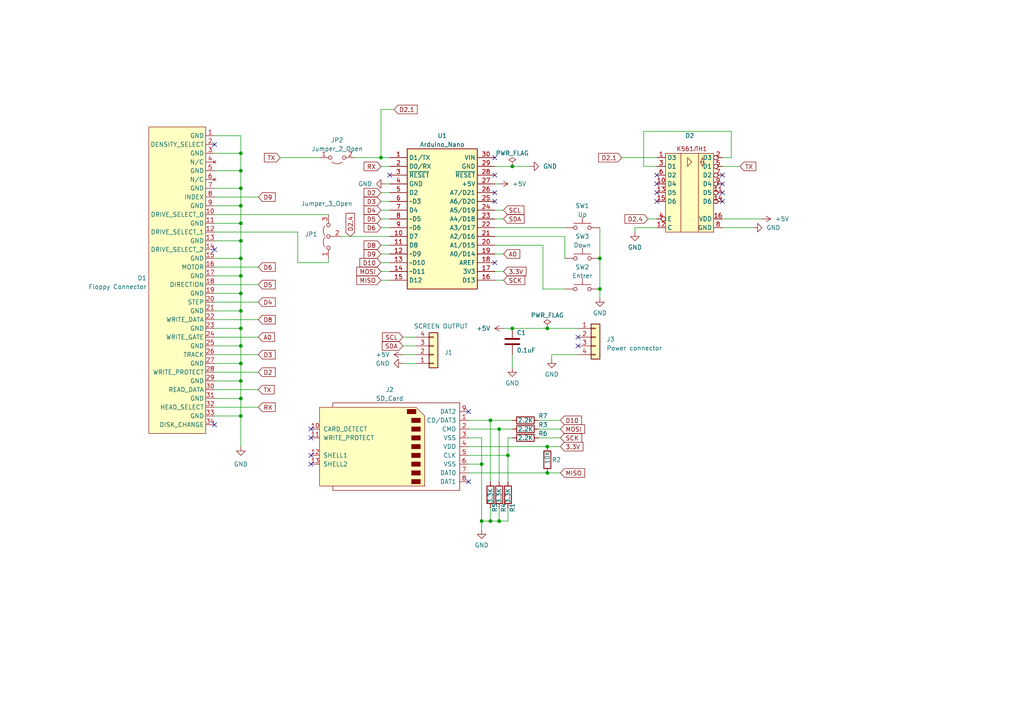
<source format=kicad_sch>
(kicad_sch (version 20250114) (generator "eeschema") (generator_version "9.0")
  (paper "A4")
  (title_block (title "Delta-S Floppy Emu") (date "2024-08-09") (company "https://t.me/zx_delta_s"))
  (lib_symbols
    (symbol "Jumper:Jumper_2_Open" (pin_names (offset 0) (hide yes))
      (property "Reference" "JP" (at 0 2.794 0))
      (property "Value" "Jumper_2_Open" (at 0 -2.286 0))
      (symbol "Jumper_2_Open_0_0"
        (circle (center -2.032 0) (radius 0.508))
        (circle (center 2.032 0) (radius 0.508))
      )
      (symbol "Jumper_2_Open_0_1"
        (arc (start -1.524 1.27) (mid 0 1.778) (end 1.524 1.27))
      )
      (symbol "Jumper_2_Open_1_1"
        (pin passive line (at -5.08 0 0) (length 2.54) (name "A") (number "1"))
        (pin passive line (at 5.08 0 180) (length 2.54) (name "B") (number "2"))
      )
    )
    (symbol "K561LN1:К561ЛН1"
      (property "Reference" "D2" (at 20.955 2.54 0))
      (property "Value" "~" (at 29.21 -11.43 0))
      (symbol "К561ЛН1_0_1"
        (polyline (pts (xy 18.415 -2.54) (xy 18.415 -25.4)))
        (polyline (pts (xy 23.495 -2.54) (xy 23.495 -25.4)))
      )
      (symbol "К561ЛН1_1_0"
        (pin input line (at 11.43 -3.81 0) (length 2.54) (name "D3") (number "1"))
        (pin input line (at 11.43 -6.35 0) (length 2.54) (name "D1") (number "3"))
        (pin input line (at 11.43 -8.89 0) (length 2.54) (name "D2") (number "6"))
        (pin input line (at 11.43 -11.43 0) (length 2.54) (name "D4") (number "10"))
        (pin input line (at 11.43 -13.97 0) (length 2.54) (name "D5") (number "13"))
        (pin input line (at 11.43 -16.51 0) (length 2.54) (name "D6") (number "15"))
        (pin input inverted (at 11.43 -21.59 0) (length 2.54) (name "E") (number "4"))
        (pin input line (at 11.43 -24.13 0) (length 2.54) (name "C") (number "12"))
        (pin output inverted (at 30.48 -3.81 180) (length 2.54) (name "D3") (number "2"))
        (pin output inverted (at 30.48 -6.35 180) (length 2.54) (name "D1") (number "5"))
        (pin output inverted (at 30.48 -8.89 180) (length 2.54) (name "D2") (number "7"))
        (pin output inverted (at 30.48 -11.43 180) (length 2.54) (name "D4") (number "9"))
        (pin output inverted (at 30.48 -13.97 180) (length 2.54) (name "D5") (number "11"))
        (pin output inverted (at 30.48 -16.51 180) (length 2.54) (name "D6") (number "14"))
        (pin power_in line (at 30.48 -21.59 180) (length 2.54) (name "VDD") (number "16"))
        (pin power_in line (at 30.48 -24.13 180) (length 2.54) (name "GND") (number "8"))
      )
      (symbol "К561ЛН1_1_1"
        (rectangle (start 13.97 -2.54) (end 27.94 -25.4) (fill (type background)))
        (polyline (pts (xy 20.32 -5.08) (xy 20.32 -6.35) (xy 21.59 -5.08) (xy 20.32 -3.81) (xy 20.32 -5.08)))
        (polyline (pts (xy 24.13 -5.08) (xy 24.638 -3.81) (xy 25.146 -5.08) (xy 24.638 -6.35) (xy 24.13 -5.08) (xy 25.146 -5.08)))
        (text "К561ЛН1" (at 21.59 -1.27 0) (effects (font (size 1.27 1.27))))
      )
    )
    (symbol "floppy_symbols:+5V" (power) (pin_names (offset 0))
      (property "Value" "+5V" (at 0 3.556 0))
      (symbol "+5V_0_1"
        (polyline (pts (xy -0.762 1.27) (xy 0 2.54)))
        (polyline (pts (xy 0 2.54) (xy 0.762 1.27)))
        (polyline (pts (xy 0 0) (xy 0 2.54)))
      )
      (symbol "+5V_1_1"
        (pin power_in line (at 0 0 90) (length 0) (hide yes) (name "+5V") (number "1"))
      )
    )
    (symbol "floppy_symbols:34_pin_floppy_convertor"
      (property "Reference" "D1" (at 8.255 1.905 0))
      (property "Value" "Floppy Connector" (at 8.255 -0.635 0))
      (symbol "34_pin_floppy_convertor_0_0"
        (pin power_in line (at -11.43 43.18 0) (length 2.54) (name "GND") (number "1"))
        (pin output line (at -11.43 40.64 0) (length 2.54) (name "DENSITY_SELECT") (number "2"))
        (pin power_in line (at -11.43 38.1 0) (length 2.54) (name "GND") (number "3"))
        (pin no_connect line (at -11.43 35.56 0) (length 2.54) (name "N/C") (number "4"))
        (pin power_in line (at -11.43 33.02 0) (length 2.54) (name "GND") (number "5"))
        (pin no_connect line (at -11.43 30.48 0) (length 2.54) (name "N/C") (number "6"))
        (pin power_in line (at -11.43 27.94 0) (length 2.54) (name "GND") (number "7"))
        (pin input line (at -11.43 25.4 0) (length 2.54) (name "INDEX") (number "8"))
        (pin power_in line (at -11.43 22.86 0) (length 2.54) (name "GND") (number "9"))
        (pin power_in line (at -11.43 17.78 0) (length 2.54) (name "GND") (number "11"))
        (pin output line (at -11.43 15.24 0) (length 2.54) (name "DRIVE_SELECT_1") (number "12"))
        (pin power_in line (at -11.43 12.7 0) (length 2.54) (name "GND") (number "13"))
        (pin power_in line (at -11.43 7.62 0) (length 2.54) (name "GND") (number "15"))
        (pin power_in line (at -11.43 2.54 0) (length 2.54) (name "GND") (number "17"))
        (pin output line (at -11.43 0 0) (length 2.54) (name "DIRECTION") (number "18"))
        (pin power_in line (at -11.43 -2.54 0) (length 2.54) (name "GND") (number "19"))
        (pin output line (at -11.43 -5.08 0) (length 2.54) (name "STEP") (number "20"))
        (pin power_in line (at -11.43 -7.62 0) (length 2.54) (name "GND") (number "21"))
        (pin output line (at -11.43 -10.16 0) (length 2.54) (name "WRITE_DATA") (number "22"))
        (pin power_in line (at -11.43 -12.7 0) (length 2.54) (name "GND") (number "23"))
        (pin output line (at -11.43 -15.24 0) (length 2.54) (name "WRITE_GATE") (number "24"))
        (pin power_in line (at -11.43 -17.78 0) (length 2.54) (name "GND") (number "25"))
        (pin input line (at -11.43 -20.32 0) (length 2.54) (name "TRACK") (number "26"))
        (pin power_in line (at -11.43 -22.86 0) (length 2.54) (name "GND") (number "27"))
        (pin input line (at -11.43 -25.4 0) (length 2.54) (name "WRITE_PROTECT") (number "28"))
        (pin power_in line (at -11.43 -27.94 0) (length 2.54) (name "GND") (number "29"))
        (pin input line (at -11.43 -30.48 0) (length 2.54) (name "READ_DATA") (number "30"))
        (pin power_in line (at -11.43 -33.02 0) (length 2.54) (name "GND") (number "31"))
        (pin output line (at -11.43 -35.56 0) (length 2.54) (name "HEAD_SELECT") (number "32"))
        (pin power_in line (at -11.43 -38.1 0) (length 2.54) (name "GND") (number "33"))
        (pin input line (at -11.43 -40.64 0) (length 2.54) (name "DISK_CHANGE") (number "34"))
      )
      (symbol "34_pin_floppy_convertor_1_0"
        (pin output line (at -11.43 20.32 0) (length 2.54) (name "DRIVE_SELECT_0") (number "10"))
        (pin output line (at -11.43 10.16 0) (length 2.54) (name "DRIVE_SELECT_2") (number "14"))
        (pin output line (at -11.43 5.08 0) (length 2.54) (name "MOTOR") (number "16"))
      )
      (symbol "34_pin_floppy_convertor_1_1"
        (rectangle (start -8.89 45.72) (end 7.62 -43.18) (fill (type background)))
      )
    )
    (symbol "floppy_symbols:Arduino_Nano"
      (property "Reference" "U1" (at 0 25.4 0))
      (property "Value" "Arduino_Nano" (at 0 22.86 0))
      (symbol "Arduino_Nano_0_1"
        (rectangle (start -10.16 20.32) (end 10.16 -20.32) (stroke (width 0.254)) (fill (type background)))
      )
      (symbol "Arduino_Nano_1_1"
        (pin bidirectional line (at -15.24 17.78 0) (length 5.08) (name "D1/TX") (number "1"))
        (pin bidirectional line (at -15.24 15.24 0) (length 5.08) (name "D0/RX") (number "2"))
        (pin input line (at -15.24 12.7 0) (length 5.08) (name "~{RESET}") (number "3"))
        (pin power_in line (at -15.24 10.16 0) (length 5.08) (name "GND") (number "4"))
        (pin bidirectional line (at -15.24 7.62 0) (length 5.08) (name "D2") (number "5"))
        (pin bidirectional line (at -15.24 5.08 0) (length 5.08) (name "~D3") (number "6"))
        (pin bidirectional line (at -15.24 2.54 0) (length 5.08) (name "D4") (number "7"))
        (pin bidirectional line (at -15.24 0 0) (length 5.08) (name "~D5") (number "8"))
        (pin bidirectional line (at -15.24 -2.54 0) (length 5.08) (name "~D6") (number "9"))
        (pin bidirectional line (at -15.24 -5.08 0) (length 5.08) (name "D7") (number "10"))
        (pin bidirectional line (at -15.24 -7.62 0) (length 5.08) (name "D8") (number "11"))
        (pin bidirectional line (at -15.24 -10.16 0) (length 5.08) (name "~D9") (number "12"))
        (pin bidirectional line (at -15.24 -12.7 0) (length 5.08) (name "~D10") (number "13"))
        (pin bidirectional line (at -15.24 -15.24 0) (length 5.08) (name "~D11") (number "14"))
        (pin bidirectional line (at -15.24 -17.78 0) (length 5.08) (name "D12") (number "15"))
        (pin power_in line (at 15.24 17.78 180) (length 5.08) (name "VIN") (number "30"))
        (pin power_in line (at 15.24 15.24 180) (length 5.08) (name "GND") (number "29"))
        (pin input line (at 15.24 12.7 180) (length 5.08) (name "~{RESET}") (number "28"))
        (pin power_in line (at 15.24 10.16 180) (length 5.08) (name "+5V") (number "27"))
        (pin bidirectional line (at 15.24 7.62 180) (length 5.08) (name "A7/D21") (number "26"))
        (pin bidirectional line (at 15.24 5.08 180) (length 5.08) (name "A6/D20") (number "25"))
        (pin bidirectional line (at 15.24 2.54 180) (length 5.08) (name "A5/D19") (number "24"))
        (pin bidirectional line (at 15.24 0 180) (length 5.08) (name "A4/D18") (number "23"))
        (pin bidirectional line (at 15.24 -2.54 180) (length 5.08) (name "A3/D17") (number "22"))
        (pin bidirectional line (at 15.24 -5.08 180) (length 5.08) (name "A2/D16") (number "21"))
        (pin bidirectional line (at 15.24 -7.62 180) (length 5.08) (name "A1/D15") (number "20"))
        (pin bidirectional line (at 15.24 -10.16 180) (length 5.08) (name "A0/D14") (number "19"))
        (pin input line (at 15.24 -12.7 180) (length 5.08) (name "AREF") (number "18"))
        (pin power_out line (at 15.24 -15.24 180) (length 5.08) (name "3V3") (number "17"))
        (pin bidirectional line (at 15.24 -17.78 180) (length 5.08) (name "D13") (number "16"))
      )
    )
    (symbol "floppy_symbols:C" (pin_numbers (hide yes)) (pin_names (offset 0.254))
      (property "Reference" "C" (at 0.635 2.54 0))
      (property "Value" "C" (at 0.635 -2.54 0))
      (symbol "C_0_1"
        (polyline (pts (xy -2.032 0.762) (xy 2.032 0.762)) (stroke (width 0.508)))
        (polyline (pts (xy -2.032 -0.762) (xy 2.032 -0.762)) (stroke (width 0.508)))
      )
      (symbol "C_1_1"
        (pin passive line (at 0 3.81 270) (length 2.794) (name "~") (number "1"))
        (pin passive line (at 0 -3.81 90) (length 2.794) (name "~") (number "2"))
      )
    )
    (symbol "floppy_symbols:Conn_01x04" (pin_names (offset 1.016) (hide yes))
      (property "Reference" "J10" (at 2.032 -0.2032 0))
      (property "Value" "SCREEN" (at 2.032 -2.5146 0))
      (symbol "Conn_01x04_1_1"
        (rectangle (start -1.27 3.81) (end 1.27 -6.35) (stroke (width 0.254)) (fill (type background)))
        (rectangle (start -1.27 2.667) (end 0 2.413) (stroke (width 0.1524)))
        (rectangle (start -1.27 0.127) (end 0 -0.127) (stroke (width 0.1524)))
        (rectangle (start -1.27 -2.413) (end 0 -2.667) (stroke (width 0.1524)))
        (rectangle (start -1.27 -4.953) (end 0 -5.207) (stroke (width 0.1524)))
        (pin passive line (at -5.08 2.54 0) (length 3.81) (name "Pin_1") (number "1"))
        (pin passive line (at -5.08 0 0) (length 3.81) (name "Pin_2") (number "2"))
        (pin passive line (at -5.08 -2.54 0) (length 3.81) (name "Pin_3") (number "3"))
        (pin passive line (at -5.08 -5.08 0) (length 3.81) (name "Pin_4") (number "4"))
      )
    )
    (symbol "floppy_symbols:GND" (power) (pin_names (offset 0))
      (property "Value" "GND" (at 0 -3.81 0))
      (symbol "GND_0_1"
        (polyline (pts (xy 0 0) (xy 0 -1.27) (xy 1.27 -1.27) (xy 0 -2.54) (xy -1.27 -1.27) (xy 0 -1.27)))
      )
      (symbol "GND_1_1"
        (pin power_in line (at 0 0 270) (length 0) (hide yes) (name "GND") (number "1"))
      )
    )
    (symbol "floppy_symbols:Jumper_3_Open" (pin_names (offset 0) (hide yes))
      (property "Reference" "JP" (at -2.54 -2.54 0))
      (property "Value" "Jumper_3_Open" (at 0 2.794 0))
      (symbol "Jumper_3_Open_0_0"
        (circle (center -3.302 0) (radius 0.508))
        (circle (center 0 0) (radius 0.508))
        (circle (center 3.302 0) (radius 0.508))
      )
      (symbol "Jumper_3_Open_0_1"
        (arc (start -3.048 1.016) (mid -1.651 1.4992) (end -0.254 1.016))
        (polyline (pts (xy 0 -0.508) (xy 0 -1.27)))
        (arc (start 0.254 1.016) (mid 1.651 1.4992) (end 3.048 1.016))
      )
      (symbol "Jumper_3_Open_1_1"
        (pin passive line (at -6.35 0 0) (length 2.54) (name "A") (number "1"))
        (pin passive line (at 0 -3.81 90) (length 2.54) (name "C") (number "2"))
        (pin passive line (at 6.35 0 180) (length 2.54) (name "B") (number "3"))
      )
    )
    (symbol "floppy_symbols:PWR_FLAG" (power) (pin_numbers (hide yes)) (pin_names (offset 0) (hide yes))
      (property "Value" "PWR_FLAG" (at 0 3.81 0))
      (symbol "PWR_FLAG_0_0"
        (pin power_out line (at 0 0 90) (length 0) (name "pwr") (number "1"))
      )
      (symbol "PWR_FLAG_0_1"
        (polyline (pts (xy 0 0) (xy 0 1.27) (xy -1.016 1.905) (xy 0 2.54) (xy 1.016 1.905) (xy 0 1.27)))
      )
    )
    (symbol "floppy_symbols:R" (pin_numbers (hide yes)) (pin_names (offset 0))
      (property "Reference" "R" (at 2.032 0 90))
      (property "Value" "R" (at 0 0 90))
      (symbol "R_0_1"
        (rectangle (start -1.016 -2.54) (end 1.016 2.54) (stroke (width 0.254)))
      )
      (symbol "R_1_1"
        (pin passive line (at 0 3.81 270) (length 1.27) (name "~") (number "1"))
        (pin passive line (at 0 -3.81 90) (length 1.27) (name "~") (number "2"))
      )
    )
    (symbol "floppy_symbols:SD_Card" (pin_names (offset 1.016))
      (property "Reference" "J" (at -16.51 13.97 0))
      (property "Value" "SD_Card" (at 15.24 -13.97 0))
      (symbol "SD_Card_0_1"
        (polyline (pts (xy -10.16 8.89) (xy -7.62 11.43) (xy 20.32 11.43) (xy 20.32 -11.43) (xy -10.16 -11.43) (xy -10.16 8.89)) (fill (type background)))
        (rectangle (start -8.89 8.255) (end -6.35 6.985) (fill (type outline)))
        (rectangle (start -8.89 5.715) (end -6.35 4.445) (fill (type outline)))
        (rectangle (start -8.89 3.175) (end -6.35 1.905) (fill (type outline)))
        (rectangle (start -8.89 0.635) (end -6.35 -0.635) (fill (type outline)))
        (rectangle (start -8.89 -1.905) (end -6.35 -3.175) (fill (type outline)))
        (rectangle (start -8.89 -4.445) (end -6.35 -5.715) (fill (type outline)))
        (rectangle (start -8.89 -6.985) (end -6.35 -8.255) (fill (type outline)))
        (rectangle (start -8.89 -9.525) (end -6.35 -10.795) (fill (type outline)))
        (rectangle (start -7.62 10.795) (end -5.08 9.525) (fill (type outline)))
        (polyline (pts (xy 16.51 11.43) (xy 16.51 12.7) (xy -20.32 12.7) (xy -20.32 -12.7) (xy 16.51 -12.7) (xy 16.51 -11.43)))
      )
      (symbol "SD_Card_1_1"
        (pin input line (at -22.86 10.16 0) (length 2.54) (name "DAT2") (number "9"))
        (pin input line (at -22.86 7.62 0) (length 2.54) (name "CD/DAT3") (number "1"))
        (pin input line (at -22.86 5.08 0) (length 2.54) (name "CMD") (number "2"))
        (pin power_in line (at -22.86 2.54 0) (length 2.54) (name "VSS") (number "3"))
        (pin power_in line (at -22.86 0 0) (length 2.54) (name "VDD") (number "4"))
        (pin input line (at -22.86 -2.54 0) (length 2.54) (name "CLK") (number "5"))
        (pin power_in line (at -22.86 -5.08 0) (length 2.54) (name "VSS") (number "6"))
        (pin input line (at -22.86 -7.62 0) (length 2.54) (name "DAT0") (number "7"))
        (pin input line (at -22.86 -10.16 0) (length 2.54) (name "DAT1") (number "8"))
        (pin input line (at 22.86 5.08 180) (length 2.54) (name "CARD_DETECT") (number "10"))
        (pin input line (at 22.86 2.54 180) (length 2.54) (name "WRITE_PROTECT") (number "11"))
        (pin input line (at 22.86 -2.54 180) (length 2.54) (name "SHELL1") (number "12"))
        (pin input line (at 22.86 -5.08 180) (length 2.54) (name "SHELL2") (number "13"))
      )
    )
    (symbol "floppy_symbols:SW_Push" (pin_numbers (hide yes)) (pin_names (offset 1.016) (hide yes))
      (property "Reference" "SW" (at 1.27 2.54 0))
      (property "Value" "SW_Push" (at 0 -1.524 0))
      (symbol "SW_Push_0_1"
        (circle (center -2.032 0) (radius 0.508))
        (polyline (pts (xy 0 1.27) (xy 0 3.048)))
        (circle (center 2.032 0) (radius 0.508))
        (polyline (pts (xy 2.54 1.27) (xy -2.54 1.27)))
        (pin passive line (at -5.08 0 0) (length 2.54) (name "1") (number "1"))
        (pin passive line (at 5.08 0 180) (length 2.54) (name "2") (number "2"))
      )
    )
  )
  (junction (at 69.85 54.61))
  (junction (at 142.24 151.13))
  (junction (at 142.24 121.92))
  (junction (at 69.85 44.45))
  (junction (at 173.99 83.82))
  (junction (at 69.85 74.93))
  (junction (at 144.78 124.46))
  (junction (at 139.7 151.13))
  (junction (at 139.7 134.62))
  (junction (at 69.85 110.49))
  (junction (at 69.85 120.65))
  (junction (at 69.85 85.09))
  (junction (at 69.85 90.17))
  (junction (at 158.75 95.25))
  (junction (at 69.85 80.01))
  (junction (at 158.75 129.54))
  (junction (at 148.59 95.25))
  (junction (at 69.85 69.85))
  (junction (at 69.85 95.25))
  (junction (at 69.85 49.53))
  (junction (at 110.49 45.72))
  (junction (at 69.85 115.57))
  (junction (at 69.85 105.41))
  (junction (at 158.75 137.16))
  (junction (at 147.32 132.08))
  (junction (at 69.85 100.33))
  (junction (at 173.99 74.93))
  (junction (at 144.78 151.13))
  (junction (at 69.85 64.77))
  (junction (at 69.85 59.69))
  (junction (at 148.59 48.26))
  (no_connect (at 190.5 55.88))
  (no_connect (at 90.17 132.08))
  (no_connect (at 135.89 119.38))
  (no_connect (at 167.64 100.33))
  (no_connect (at 90.17 127))
  (no_connect (at 209.55 58.42))
  (no_connect (at 190.5 53.34))
  (no_connect (at 90.17 134.62))
  (no_connect (at 167.64 97.79))
  (no_connect (at 62.23 41.91))
  (no_connect (at 190.5 50.8))
  (no_connect (at 190.5 58.42))
  (no_connect (at 135.89 139.7))
  (no_connect (at 143.51 76.2))
  (no_connect (at 62.23 123.19))
  (no_connect (at 143.51 50.8))
  (no_connect (at 209.55 53.34))
  (no_connect (at 90.17 124.46))
  (no_connect (at 113.03 50.8))
  (no_connect (at 62.23 72.39))
  (no_connect (at 143.51 45.72))
  (no_connect (at 209.55 55.88))
  (no_connect (at 143.51 58.42))
  (no_connect (at 209.55 50.8))
  (no_connect (at 143.51 55.88))
  (wire (pts (xy 135.89 127) (xy 139.7 127)))
  (wire (pts (xy 74.93 107.95) (xy 62.23 107.95)))
  (wire (pts (xy 186.69 38.1) (xy 186.69 48.26)))
  (wire (pts (xy 113.03 78.74) (xy 110.49 78.74)))
  (wire (pts (xy 113.03 53.34) (xy 111.76 53.34)))
  (wire (pts (xy 69.85 74.93) (xy 69.85 80.01)))
  (wire (pts (xy 74.93 113.03) (xy 62.23 113.03)))
  (wire (pts (xy 143.51 68.58) (xy 163.83 68.58)))
  (wire (pts (xy 147.32 151.13) (xy 147.32 147.32)))
  (wire (pts (xy 143.51 60.96) (xy 146.05 60.96)))
  (wire (pts (xy 69.85 110.49) (xy 69.85 115.57)))
  (wire (pts (xy 62.23 64.77) (xy 69.85 64.77)))
  (wire (pts (xy 144.78 147.32) (xy 144.78 151.13)))
  (wire (pts (xy 69.85 90.17) (xy 69.85 95.25)))
  (wire (pts (xy 99.06 68.58) (xy 113.03 68.58)))
  (wire (pts (xy 62.23 105.41) (xy 69.85 105.41)))
  (wire (pts (xy 69.85 115.57) (xy 69.85 120.65)))
  (wire (pts (xy 114.3 31.75) (xy 110.49 31.75)))
  (wire (pts (xy 212.09 45.72) (xy 212.09 38.1)))
  (wire (pts (xy 69.85 105.41) (xy 69.85 110.49)))
  (wire (pts (xy 102.87 45.72) (xy 110.49 45.72)))
  (wire (pts (xy 190.5 63.5) (xy 187.96 63.5)))
  (wire (pts (xy 74.93 118.11) (xy 62.23 118.11)))
  (wire (pts (xy 184.15 66.04) (xy 190.5 66.04)))
  (wire (pts (xy 62.23 120.65) (xy 69.85 120.65)))
  (wire (pts (xy 113.03 76.2) (xy 110.49 76.2)))
  (wire (pts (xy 139.7 134.62) (xy 139.7 151.13)))
  (wire (pts (xy 173.99 74.93) (xy 173.99 83.82)))
  (wire (pts (xy 157.48 83.82) (xy 163.83 83.82)))
  (wire (pts (xy 186.69 48.26) (xy 190.5 48.26)))
  (wire (pts (xy 157.48 71.12) (xy 157.48 83.82)))
  (wire (pts (xy 95.25 76.2) (xy 95.25 74.93)))
  (wire (pts (xy 144.78 124.46) (xy 144.78 139.7)))
  (wire (pts (xy 148.59 48.26) (xy 143.51 48.26)))
  (wire (pts (xy 69.85 80.01) (xy 69.85 85.09)))
  (wire (pts (xy 81.28 45.72) (xy 92.71 45.72)))
  (wire (pts (xy 113.03 60.96) (xy 110.49 60.96)))
  (wire (pts (xy 116.84 105.41) (xy 120.65 105.41)))
  (wire (pts (xy 135.89 129.54) (xy 158.75 129.54)))
  (wire (pts (xy 62.23 49.53) (xy 69.85 49.53)))
  (wire (pts (xy 62.23 59.69) (xy 69.85 59.69)))
  (wire (pts (xy 110.49 31.75) (xy 110.49 45.72)))
  (wire (pts (xy 62.23 74.93) (xy 69.85 74.93)))
  (wire (pts (xy 142.24 151.13) (xy 144.78 151.13)))
  (wire (pts (xy 143.51 63.5) (xy 146.05 63.5)))
  (wire (pts (xy 113.03 71.12) (xy 110.49 71.12)))
  (wire (pts (xy 62.23 54.61) (xy 69.85 54.61)))
  (wire (pts (xy 209.55 63.5) (xy 220.98 63.5)))
  (wire (pts (xy 148.59 95.25) (xy 158.75 95.25)))
  (wire (pts (xy 173.99 83.82) (xy 173.99 86.36)))
  (wire (pts (xy 69.85 69.85) (xy 69.85 74.93)))
  (wire (pts (xy 148.59 48.26) (xy 153.67 48.26)))
  (wire (pts (xy 113.03 63.5) (xy 110.49 63.5)))
  (wire (pts (xy 143.51 71.12) (xy 157.48 71.12)))
  (wire (pts (xy 86.36 76.2) (xy 95.25 76.2)))
  (wire (pts (xy 212.09 38.1) (xy 186.69 38.1)))
  (wire (pts (xy 113.03 55.88) (xy 110.49 55.88)))
  (wire (pts (xy 143.51 66.04) (xy 163.83 66.04)))
  (wire (pts (xy 113.03 81.28) (xy 110.49 81.28)))
  (wire (pts (xy 113.03 48.26) (xy 110.49 48.26)))
  (wire (pts (xy 74.93 77.47) (xy 62.23 77.47)))
  (wire (pts (xy 62.23 67.31) (xy 86.36 67.31)))
  (wire (pts (xy 180.34 45.72) (xy 190.5 45.72)))
  (wire (pts (xy 69.85 64.77) (xy 69.85 69.85)))
  (wire (pts (xy 69.85 44.45) (xy 69.85 49.53)))
  (wire (pts (xy 113.03 73.66) (xy 110.49 73.66)))
  (wire (pts (xy 160.02 102.87) (xy 167.64 102.87)))
  (wire (pts (xy 74.93 102.87) (xy 62.23 102.87)))
  (wire (pts (xy 135.89 124.46) (xy 144.78 124.46)))
  (wire (pts (xy 69.85 85.09) (xy 69.85 90.17)))
  (wire (pts (xy 143.51 81.28) (xy 146.05 81.28)))
  (wire (pts (xy 162.56 124.46) (xy 156.21 124.46)))
  (wire (pts (xy 158.75 137.16) (xy 162.56 137.16)))
  (wire (pts (xy 110.49 45.72) (xy 113.03 45.72)))
  (wire (pts (xy 160.02 104.14) (xy 160.02 102.87)))
  (wire (pts (xy 139.7 151.13) (xy 142.24 151.13)))
  (wire (pts (xy 173.99 66.04) (xy 173.99 74.93)))
  (wire (pts (xy 135.89 137.16) (xy 158.75 137.16)))
  (wire (pts (xy 62.23 44.45) (xy 69.85 44.45)))
  (wire (pts (xy 74.93 82.55) (xy 62.23 82.55)))
  (wire (pts (xy 146.05 95.25) (xy 148.59 95.25)))
  (wire (pts (xy 148.59 127) (xy 147.32 127)))
  (wire (pts (xy 147.32 127) (xy 147.32 132.08)))
  (wire (pts (xy 212.09 45.72) (xy 209.55 45.72)))
  (wire (pts (xy 86.36 67.31) (xy 86.36 76.2)))
  (wire (pts (xy 62.23 110.49) (xy 69.85 110.49)))
  (wire (pts (xy 142.24 121.92) (xy 148.59 121.92)))
  (wire (pts (xy 69.85 100.33) (xy 69.85 105.41)))
  (wire (pts (xy 143.51 73.66) (xy 146.05 73.66)))
  (wire (pts (xy 135.89 134.62) (xy 139.7 134.62)))
  (wire (pts (xy 74.93 92.71) (xy 62.23 92.71)))
  (wire (pts (xy 113.03 58.42) (xy 110.49 58.42)))
  (wire (pts (xy 62.23 69.85) (xy 69.85 69.85)))
  (wire (pts (xy 62.23 100.33) (xy 69.85 100.33)))
  (wire (pts (xy 62.23 115.57) (xy 69.85 115.57)))
  (wire (pts (xy 62.23 95.25) (xy 69.85 95.25)))
  (wire (pts (xy 135.89 121.92) (xy 142.24 121.92)))
  (wire (pts (xy 69.85 120.65) (xy 69.85 129.54)))
  (wire (pts (xy 62.23 90.17) (xy 69.85 90.17)))
  (wire (pts (xy 209.55 66.04) (xy 218.44 66.04)))
  (wire (pts (xy 162.56 127) (xy 156.21 127)))
  (wire (pts (xy 139.7 153.67) (xy 139.7 151.13)))
  (wire (pts (xy 158.75 129.54) (xy 162.56 129.54)))
  (wire (pts (xy 147.32 132.08) (xy 147.32 139.7)))
  (wire (pts (xy 163.83 68.58) (xy 163.83 74.93)))
  (wire (pts (xy 116.84 102.87) (xy 120.65 102.87)))
  (wire (pts (xy 184.15 66.04) (xy 184.15 67.31)))
  (wire (pts (xy 143.51 78.74) (xy 146.05 78.74)))
  (wire (pts (xy 62.23 62.23) (xy 95.25 62.23)))
  (wire (pts (xy 120.65 97.79) (xy 116.84 97.79)))
  (wire (pts (xy 158.75 95.25) (xy 167.64 95.25)))
  (wire (pts (xy 62.23 80.01) (xy 69.85 80.01)))
  (wire (pts (xy 74.93 97.79) (xy 62.23 97.79)))
  (wire (pts (xy 69.85 49.53) (xy 69.85 54.61)))
  (wire (pts (xy 144.78 124.46) (xy 148.59 124.46)))
  (wire (pts (xy 135.89 132.08) (xy 147.32 132.08)))
  (wire (pts (xy 143.51 53.34) (xy 144.78 53.34)))
  (wire (pts (xy 69.85 54.61) (xy 69.85 59.69)))
  (wire (pts (xy 69.85 39.37) (xy 69.85 44.45)))
  (wire (pts (xy 69.85 95.25) (xy 69.85 100.33)))
  (wire (pts (xy 139.7 127) (xy 139.7 134.62)))
  (wire (pts (xy 62.23 39.37) (xy 69.85 39.37)))
  (wire (pts (xy 62.23 85.09) (xy 69.85 85.09)))
  (wire (pts (xy 113.03 66.04) (xy 110.49 66.04)))
  (wire (pts (xy 142.24 121.92) (xy 142.24 139.7)))
  (wire (pts (xy 142.24 147.32) (xy 142.24 151.13)))
  (wire (pts (xy 148.59 102.87) (xy 148.59 106.68)))
  (wire (pts (xy 144.78 151.13) (xy 147.32 151.13)))
  (wire (pts (xy 69.85 59.69) (xy 69.85 64.77)))
  (wire (pts (xy 116.84 100.33) (xy 120.65 100.33)))
  (wire (pts (xy 209.55 48.26) (xy 214.63 48.26)))
  (wire (pts (xy 74.93 87.63) (xy 62.23 87.63)))
  (wire (pts (xy 74.93 57.15) (xy 62.23 57.15)))
  (wire (pts (xy 162.56 121.92) (xy 156.21 121.92)))
  (global_label "D4" (shape input) (at 74.93 87.63 0) (property "Intersheetrefs" "${INTERSHEET_REFS}" (effects (hide yes))))
  (global_label "A0" (shape input) (at 146.05 73.66 0) (property "Intersheetrefs" "${INTERSHEET_REFS}" (effects (hide yes))))
  (global_label "RX" (shape input) (at 110.49 48.26 180) (property "Intersheetrefs" "${INTERSHEET_REFS}" (effects (hide yes))))
  (global_label "MOSI" (shape input) (at 110.49 78.74 180) (property "Intersheetrefs" "${INTERSHEET_REFS}" (effects (hide yes))))
  (global_label "D2.1" (shape input) (at 180.34 45.72 180) (property "Intersheetrefs" "${INTERSHEET_REFS}" (effects (hide yes))))
  (global_label "D10" (shape input) (at 162.56 121.92 0) (property "Intersheetrefs" "${INTERSHEET_REFS}" (effects (hide yes))))
  (global_label "TX" (shape input) (at 214.63 48.26 0) (property "Intersheetrefs" "${INTERSHEET_REFS}" (effects (hide yes))))
  (global_label "D9" (shape input) (at 110.49 73.66 180) (property "Intersheetrefs" "${INTERSHEET_REFS}" (effects (hide yes))))
  (global_label "D8" (shape input) (at 110.49 71.12 180) (property "Intersheetrefs" "${INTERSHEET_REFS}" (effects (hide yes))))
  (global_label "D3" (shape input) (at 110.49 58.42 180) (property "Intersheetrefs" "${INTERSHEET_REFS}" (effects (hide yes))))
  (global_label "TX" (shape input) (at 81.28 45.72 180) (property "Intersheetrefs" "${INTERSHEET_REFS}" (effects (hide yes))))
  (global_label "D10" (shape input) (at 110.49 76.2 180) (property "Intersheetrefs" "${INTERSHEET_REFS}" (effects (hide yes))))
  (global_label "D3" (shape input) (at 74.93 102.87 0) (property "Intersheetrefs" "${INTERSHEET_REFS}" (effects (hide yes))))
  (global_label "RX" (shape input) (at 74.93 118.11 0) (property "Intersheetrefs" "${INTERSHEET_REFS}" (effects (hide yes))))
  (global_label "D2.4" (shape input) (at 187.96 63.5 180) (property "Intersheetrefs" "${INTERSHEET_REFS}" (effects (hide yes))))
  (global_label "SCL" (shape input) (at 146.05 60.96 0) (property "Intersheetrefs" "${INTERSHEET_REFS}" (effects (hide yes))))
  (global_label "D2.1" (shape input) (at 114.3 31.75 0) (property "Intersheetrefs" "${INTERSHEET_REFS}" (effects (hide yes))))
  (global_label "D4" (shape input) (at 110.49 60.96 180) (property "Intersheetrefs" "${INTERSHEET_REFS}" (effects (hide yes))))
  (global_label "D5" (shape input) (at 74.93 82.55 0) (property "Intersheetrefs" "${INTERSHEET_REFS}" (effects (hide yes))))
  (global_label "3.3V" (shape input) (at 162.56 129.54 0) (property "Intersheetrefs" "${INTERSHEET_REFS}" (effects (hide yes))))
  (global_label "3.3V" (shape input) (at 146.05 78.74 0) (property "Intersheetrefs" "${INTERSHEET_REFS}" (effects (hide yes))))
  (global_label "D9" (shape input) (at 74.93 57.15 0) (property "Intersheetrefs" "${INTERSHEET_REFS}" (effects (hide yes))))
  (global_label "SDA" (shape input) (at 116.84 100.33 180) (property "Intersheetrefs" "${INTERSHEET_REFS}" (effects (hide yes))))
  (global_label "D2" (shape input) (at 74.93 107.95 0) (property "Intersheetrefs" "${INTERSHEET_REFS}" (effects (hide yes))))
  (global_label "SCK" (shape input) (at 146.05 81.28 0) (property "Intersheetrefs" "${INTERSHEET_REFS}" (effects (hide yes))))
  (global_label "TX" (shape input) (at 74.93 113.03 0) (property "Intersheetrefs" "${INTERSHEET_REFS}" (effects (hide yes))))
  (global_label "D8" (shape input) (at 74.93 92.71 0) (property "Intersheetrefs" "${INTERSHEET_REFS}" (effects (hide yes))))
  (global_label "D6" (shape input) (at 74.93 77.47 0) (property "Intersheetrefs" "${INTERSHEET_REFS}" (effects (hide yes))))
  (global_label "D5" (shape input) (at 110.49 63.5 180) (property "Intersheetrefs" "${INTERSHEET_REFS}" (effects (hide yes))))
  (global_label "SCK" (shape input) (at 162.56 127 0) (property "Intersheetrefs" "${INTERSHEET_REFS}" (effects (hide yes))))
  (global_label "MISO" (shape input) (at 110.49 81.28 180) (property "Intersheetrefs" "${INTERSHEET_REFS}" (effects (hide yes))))
  (global_label "D2.4" (shape input) (at 101.6 68.58 90) (property "Intersheetrefs" "${INTERSHEET_REFS}" (effects (hide yes))))
  (global_label "D6" (shape input) (at 110.49 66.04 180) (property "Intersheetrefs" "${INTERSHEET_REFS}" (effects (hide yes))))
  (global_label "SDA" (shape input) (at 146.05 63.5 0) (property "Intersheetrefs" "${INTERSHEET_REFS}" (effects (hide yes))))
  (global_label "A0" (shape input) (at 74.93 97.79 0) (property "Intersheetrefs" "${INTERSHEET_REFS}" (effects (hide yes))))
  (global_label "MOSI" (shape input) (at 162.56 124.46 0) (property "Intersheetrefs" "${INTERSHEET_REFS}" (effects (hide yes))))
  (global_label "MISO" (shape input) (at 162.56 137.16 0) (property "Intersheetrefs" "${INTERSHEET_REFS}" (effects (hide yes))))
  (global_label "D2" (shape input) (at 110.49 55.88 180) (property "Intersheetrefs" "${INTERSHEET_REFS}" (effects (hide yes))))
  (global_label "SCL" (shape input) (at 116.84 97.79 180) (property "Intersheetrefs" "${INTERSHEET_REFS}" (effects (hide yes))))
  (symbol (lib_id "floppy_symbols:R") (at 158.75 133.35 0) (unit 1)
    (property "Reference" "R2" (at 160.02 133.35 0) (effects (justify left)))
    (property "Value" "10K" (at 158.75 134.62 90) (effects (justify left)))
    (property "Footprint" "Floppy_ftprnt_lib:R_Axial_DIN0207_L6.3mm_D2.5mm_P10.16mm_Horizontal" (effects (hide yes)))
  )
  (symbol (lib_id "floppy_symbols:R") (at 147.32 143.51 0) (unit 1)
    (property "Reference" "R1" (at 148.59 148.59 90) (effects (justify left)))
    (property "Value" "3.3K" (at 147.32 146.05 90) (effects (justify left)))
    (property "Footprint" "Floppy_ftprnt_lib:R_Axial_DIN0207_L6.3mm_D2.5mm_P10.16mm_Horizontal" (effects (hide yes)))
  )
  (symbol (lib_id "floppy_symbols:R") (at 152.4 127 90) (unit 1)
    (property "Reference" "R6" (at 157.48 125.73 90))
    (property "Value" "2.2K" (at 152.4 127 90))
    (property "Footprint" "Floppy_ftprnt_lib:R_Axial_DIN0207_L6.3mm_D2.5mm_P10.16mm_Horizontal" (effects (hide yes)))
  )
  (symbol (lib_id "floppy_symbols:+5V") (at 220.98 63.5 270) (unit 1)
    (property "Reference" "#PWR010" (effects (hide yes)))
    (property "Value" "+5V" (at 224.79 63.5 90) (effects (justify left)))
  )
  (symbol (lib_id "floppy_symbols:Conn_01x04") (at 172.72 97.79 0) (unit 1)
    (property "Reference" "J3" (at 175.895 98.425 0) (effects (justify left)))
    (property "Value" "Power connector" (at 175.895 100.965 0) (effects (justify left)))
    (property "Footprint" "Floppy_ftprnt_lib:USB-C Power board" (effects (hide yes)))
  )
  (symbol (lib_id "floppy_symbols:R") (at 152.4 121.92 90) (unit 1)
    (property "Reference" "R7" (at 157.48 120.65 90))
    (property "Value" "2.2K" (at 152.4 121.92 90))
    (property "Footprint" "Floppy_ftprnt_lib:R_Axial_DIN0207_L6.3mm_D2.5mm_P10.16mm_Horizontal" (effects (hide yes)))
  )
  (symbol (lib_id "floppy_symbols:+5V") (at 146.05 95.25 90) (unit 1)
    (property "Reference" "#PWR02" (effects (hide yes)))
    (property "Value" "+5V" (at 142.24 95.25 90) (effects (justify left)))
  )
  (symbol (lib_id "floppy_symbols:R") (at 142.24 143.51 0) (unit 1)
    (property "Reference" "R5" (at 143.51 148.59 90) (effects (justify left)))
    (property "Value" "3.3K" (at 142.24 146.05 90) (effects (justify left)))
    (property "Footprint" "Floppy_ftprnt_lib:R_Axial_DIN0207_L6.3mm_D2.5mm_P10.16mm_Horizontal" (effects (hide yes)))
  )
  (symbol (lib_id "K561LN1:К561ЛН1") (at 179.07 41.91 0) (unit 1)
    (property "Reference" "D2" (at 200.025 39.37 0))
    (property "Value" "~" (at 208.28 53.34 0))
    (property "Footprint" "Package_DIP:DIP-16_W7.62mm" (effects (hide yes)))
  )
  (symbol (lib_id "floppy_symbols:Arduino_Nano") (at 128.27 63.5 0) (unit 1)
    (property "Reference" "U1" (at 128.27 39.37 0))
    (property "Value" "Arduino_Nano" (at 128.27 41.91 0))
    (property "Footprint" "Floppy_ftprnt_lib:Arduino_Nano" (effects (hide yes)))
    (property "Datasheet" "https://store.arduino.cc/usa/arduino-nano" (effects (hide yes)))
    (property "Название" "Программируемый контроллер на базе ATmega328P Arduino Nano " (effects (hide yes)))
  )
  (symbol (lib_id "floppy_symbols:GND") (at 160.02 104.14 0) (unit 1)
    (property "Reference" "#PWR03" (effects (hide yes)))
    (property "Value" "GND" (at 160.02 108.585 0))
  )
  (symbol (lib_id "floppy_symbols:PWR_FLAG") (at 158.75 95.25 0) (unit 1)
    (property "Reference" "#FLG01" (effects (hide yes)))
    (property "Value" "PWR_FLAG" (at 158.75 91.44 0))
  )
  (symbol (lib_id "floppy_symbols:SW_Push") (at 168.91 74.93 0) (unit 1)
    (property "Reference" "SW3" (at 168.91 68.58 0))
    (property "Value" "Down" (at 168.91 71.12 0))
    (property "Footprint" "Floppy_ftprnt_lib:SW_PUSH_6mm" (effects (hide yes)))
  )
  (symbol (lib_id "floppy_symbols:R") (at 144.78 143.51 0) (unit 1)
    (property "Reference" "R4" (at 146.05 148.59 90) (effects (justify left)))
    (property "Value" "3.3K" (at 144.78 146.05 90) (effects (justify left)))
    (property "Footprint" "Floppy_ftprnt_lib:R_Axial_DIN0207_L6.3mm_D2.5mm_P10.16mm_Horizontal" (effects (hide yes)))
  )
  (symbol (lib_id "floppy_symbols:+5V") (at 144.78 53.34 270) (unit 1)
    (property "Reference" "#PWR04" (effects (hide yes)))
    (property "Value" "+5V" (at 148.59 53.34 90) (effects (justify left)))
  )
  (symbol (lib_id "floppy_symbols:34_pin_floppy_convertor") (at 50.8 82.55 0) (mirror y) (unit 1)
    (property "Reference" "D1" (at 42.545 80.645 0) (effects (justify left)))
    (property "Value" "Floppy Connector" (at 42.545 83.185 0) (effects (justify left)))
    (property "Footprint" "Floppy_ftprnt_lib:IDC-Header_2x17_P2.54mm_Vertical" (effects (hide yes)))
  )
  (symbol (lib_id "floppy_symbols:GND") (at 148.59 106.68 0) (unit 1)
    (property "Reference" "#PWR08" (effects (hide yes)))
    (property "Value" "GND" (at 148.59 111.125 0))
  )
  (symbol (lib_id "floppy_symbols:GND") (at 139.7 153.67 0) (unit 1)
    (property "Reference" "#PWR013" (effects (hide yes)))
    (property "Value" "GND" (at 139.7 158.115 0))
  )
  (symbol (lib_id "floppy_symbols:GND") (at 184.15 67.31 0) (unit 1)
    (property "Reference" "#PWR07" (effects (hide yes)))
    (property "Value" "GND" (at 184.15 71.755 0))
  )
  (symbol (lib_id "floppy_symbols:SD_Card") (at 113.03 129.54 0) (mirror y) (unit 1)
    (property "Reference" "J2" (at 113.03 113.03 0))
    (property "Value" "SD_Card" (at 113.03 115.57 0))
    (property "Footprint" "Floppy_ftprnt_lib:SDCARD_4UCONN" (effects (hide yes)))
    (property "Datasheet" "http://portal.fciconnect.com/Comergent//fci/drawing/10067847.pdf" (effects (hide yes)))
  )
  (symbol (lib_id "floppy_symbols:GND") (at 69.85 129.54 0) (unit 1)
    (property "Reference" "#PWR016" (effects (hide yes)))
    (property "Value" "GND" (at 69.85 134.62 0))
  )
  (symbol (lib_id "floppy_symbols:GND") (at 116.84 105.41 270) (unit 1)
    (property "Reference" "#PWR011" (effects (hide yes)))
    (property "Value" "GND" (at 113.03 105.41 90) (effects (justify right)))
  )
  (symbol (lib_id "floppy_symbols:GND") (at 153.67 48.26 90) (unit 1)
    (property "Reference" "#PWR015" (effects (hide yes)))
    (property "Value" "GND" (at 157.48 48.26 90) (effects (justify right)))
  )
  (symbol (lib_id "floppy_symbols:R") (at 152.4 124.46 90) (unit 1)
    (property "Reference" "R3" (at 157.48 123.19 90))
    (property "Value" "2.2K" (at 152.4 124.46 90))
    (property "Footprint" "Floppy_ftprnt_lib:R_Axial_DIN0207_L6.3mm_D2.5mm_P10.16mm_Horizontal" (effects (hide yes)))
  )
  (symbol (lib_id "floppy_symbols:SW_Push") (at 168.91 66.04 0) (unit 1)
    (property "Reference" "SW1" (at 168.91 59.69 0))
    (property "Value" "Up" (at 168.91 62.23 0))
    (property "Footprint" "Floppy_ftprnt_lib:SW_PUSH_6mm" (effects (hide yes)))
  )
  (symbol (lib_id "floppy_symbols:PWR_FLAG") (at 148.59 48.26 0) (unit 1)
    (property "Reference" "#FLG02" (effects (hide yes)))
    (property "Value" "PWR_FLAG" (at 148.59 44.45 0))
  )
  (symbol (lib_id "floppy_symbols:GND") (at 173.99 86.36 0) (unit 1)
    (property "Reference" "#PWR012" (effects (hide yes)))
    (property "Value" "GND" (at 173.99 90.805 0))
  )
  (symbol (lib_id "floppy_symbols:Conn_01x04") (at 125.73 102.87 0) (mirror x) (unit 1)
    (property "Reference" "J1" (at 128.905 102.235 0) (effects (justify left)))
    (property "Value" "SCREEN OUTPUT" (at 120.015 94.615 0) (effects (justify left)))
    (property "Footprint" "Floppy_ftprnt_lib:PinHeader_1x04_P2.54mm_Vertical" (effects (hide yes)))
    (property "Название" "PBS-4 (DS-1023 - 1x4), Гнездо на плату 2.54мм 1х4pin прямое" (effects (hide yes)))
  )
  (symbol (lib_id "Jumper:Jumper_2_Open") (at 97.79 45.72 0) (mirror x) (unit 1)
    (property "Reference" "JP2" (at 97.79 40.64 0))
    (property "Value" "Jumper_2_Open" (at 97.79 43.18 0))
    (property "Footprint" "Connector_PinHeader_2.54mm:PinHeader_1x02_P2.54mm_Vertical" (effects (hide yes)))
  )
  (symbol (lib_id "floppy_symbols:+5V") (at 116.84 102.87 90) (unit 1)
    (property "Reference" "#PWR05" (effects (hide yes)))
    (property "Value" "+5V" (at 113.03 102.87 90) (effects (justify left)))
  )
  (symbol (lib_id "floppy_symbols:C") (at 148.59 99.06 0) (unit 1)
    (property "Reference" "C1" (at 149.86 96.52 0) (effects (justify left)))
    (property "Value" "0.1uF" (at 149.86 101.6 0) (effects (justify left)))
    (property "Footprint" "Floppy_ftprnt_lib:C_Disc_D7.0mm_W2.5mm_P5.00mm" (effects (hide yes)))
  )
  (symbol (lib_id "floppy_symbols:GND") (at 218.44 66.04 90) (unit 1)
    (property "Reference" "#PWR09" (effects (hide yes)))
    (property "Value" "GND" (at 222.25 66.04 90) (effects (justify right)))
  )
  (symbol (lib_id "floppy_symbols:SW_Push") (at 168.91 83.82 0) (unit 1)
    (property "Reference" "SW2" (at 168.91 77.47 0))
    (property "Value" "Entrer" (at 168.91 80.01 0))
    (property "Footprint" "Floppy_ftprnt_lib:SW_PUSH_6mm" (effects (hide yes)))
  )
  (symbol (lib_id "floppy_symbols:Jumper_3_Open") (at 95.25 68.58 90) (unit 1)
    (property "Reference" "JP1" (at 92.075 67.945 90) (effects (justify left)))
    (property "Value" "Jumper_3_Open" (at 102.235 59.055 90) (effects (justify left)))
    (property "Footprint" "Floppy_ftprnt_lib:PinHeader_1x03_P2.54mm_Vertical" (effects (hide yes)))
  )
  (symbol (lib_id "floppy_symbols:GND") (at 111.76 53.34 270) (unit 1)
    (property "Reference" "#PWR014" (effects (hide yes)))
    (property "Value" "GND" (at 107.95 53.34 90) (effects (justify right)))
  )
)
</source>
